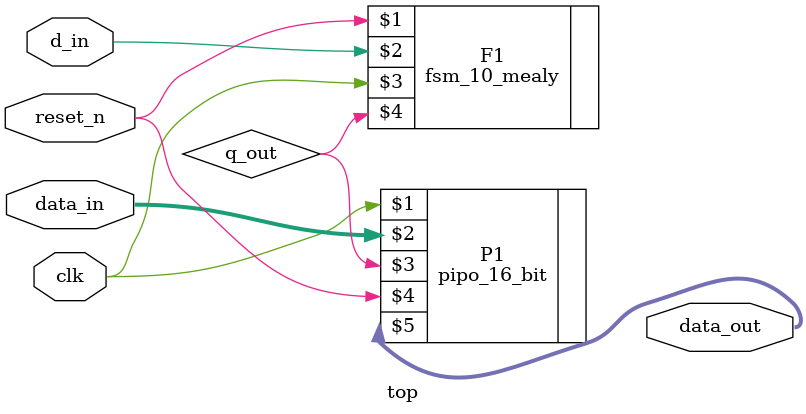
<source format=v>
module top(
input d_in,
input [15:0]data_in,
input clk,
input reset_n,
output [15:0] data_out
);
wire q_out;
fsm_10_mealy F1 (reset_n,d_in,clk,q_out);
pipo_16_bit P1 (clk,data_in,q_out,reset_n,data_out);
endmodule
</source>
